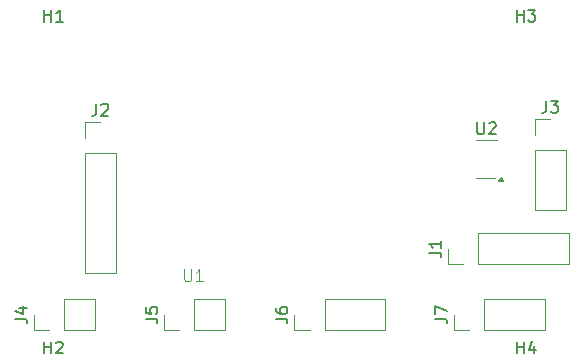
<source format=gbr>
%TF.GenerationSoftware,KiCad,Pcbnew,8.0.5*%
%TF.CreationDate,2024-09-18T02:34:05+09:00*%
%TF.ProjectId,MIDI_Pedal,4d494449-5f50-4656-9461-6c2e6b696361,rev?*%
%TF.SameCoordinates,Original*%
%TF.FileFunction,Legend,Top*%
%TF.FilePolarity,Positive*%
%FSLAX46Y46*%
G04 Gerber Fmt 4.6, Leading zero omitted, Abs format (unit mm)*
G04 Created by KiCad (PCBNEW 8.0.5) date 2024-09-18 02:34:05*
%MOMM*%
%LPD*%
G01*
G04 APERTURE LIST*
%ADD10C,0.150000*%
%ADD11C,0.100000*%
%ADD12C,0.120000*%
G04 APERTURE END LIST*
D10*
X144238095Y-81254819D02*
X144238095Y-80254819D01*
X144238095Y-80731009D02*
X144809523Y-80731009D01*
X144809523Y-81254819D02*
X144809523Y-80254819D01*
X145714285Y-80588152D02*
X145714285Y-81254819D01*
X145476190Y-80207200D02*
X145238095Y-80921485D01*
X145238095Y-80921485D02*
X145857142Y-80921485D01*
X144238095Y-53154819D02*
X144238095Y-52154819D01*
X144238095Y-52631009D02*
X144809523Y-52631009D01*
X144809523Y-53154819D02*
X144809523Y-52154819D01*
X145190476Y-52154819D02*
X145809523Y-52154819D01*
X145809523Y-52154819D02*
X145476190Y-52535771D01*
X145476190Y-52535771D02*
X145619047Y-52535771D01*
X145619047Y-52535771D02*
X145714285Y-52583390D01*
X145714285Y-52583390D02*
X145761904Y-52631009D01*
X145761904Y-52631009D02*
X145809523Y-52726247D01*
X145809523Y-52726247D02*
X145809523Y-52964342D01*
X145809523Y-52964342D02*
X145761904Y-53059580D01*
X145761904Y-53059580D02*
X145714285Y-53107200D01*
X145714285Y-53107200D02*
X145619047Y-53154819D01*
X145619047Y-53154819D02*
X145333333Y-53154819D01*
X145333333Y-53154819D02*
X145238095Y-53107200D01*
X145238095Y-53107200D02*
X145190476Y-53059580D01*
X104238095Y-81254819D02*
X104238095Y-80254819D01*
X104238095Y-80731009D02*
X104809523Y-80731009D01*
X104809523Y-81254819D02*
X104809523Y-80254819D01*
X105238095Y-80350057D02*
X105285714Y-80302438D01*
X105285714Y-80302438D02*
X105380952Y-80254819D01*
X105380952Y-80254819D02*
X105619047Y-80254819D01*
X105619047Y-80254819D02*
X105714285Y-80302438D01*
X105714285Y-80302438D02*
X105761904Y-80350057D01*
X105761904Y-80350057D02*
X105809523Y-80445295D01*
X105809523Y-80445295D02*
X105809523Y-80540533D01*
X105809523Y-80540533D02*
X105761904Y-80683390D01*
X105761904Y-80683390D02*
X105190476Y-81254819D01*
X105190476Y-81254819D02*
X105809523Y-81254819D01*
X104238095Y-53154819D02*
X104238095Y-52154819D01*
X104238095Y-52631009D02*
X104809523Y-52631009D01*
X104809523Y-53154819D02*
X104809523Y-52154819D01*
X105809523Y-53154819D02*
X105238095Y-53154819D01*
X105523809Y-53154819D02*
X105523809Y-52154819D01*
X105523809Y-52154819D02*
X105428571Y-52297676D01*
X105428571Y-52297676D02*
X105333333Y-52392914D01*
X105333333Y-52392914D02*
X105238095Y-52440533D01*
D11*
X116078095Y-74133419D02*
X116078095Y-74942942D01*
X116078095Y-74942942D02*
X116125714Y-75038180D01*
X116125714Y-75038180D02*
X116173333Y-75085800D01*
X116173333Y-75085800D02*
X116268571Y-75133419D01*
X116268571Y-75133419D02*
X116459047Y-75133419D01*
X116459047Y-75133419D02*
X116554285Y-75085800D01*
X116554285Y-75085800D02*
X116601904Y-75038180D01*
X116601904Y-75038180D02*
X116649523Y-74942942D01*
X116649523Y-74942942D02*
X116649523Y-74133419D01*
X117649523Y-75133419D02*
X117078095Y-75133419D01*
X117363809Y-75133419D02*
X117363809Y-74133419D01*
X117363809Y-74133419D02*
X117268571Y-74276276D01*
X117268571Y-74276276D02*
X117173333Y-74371514D01*
X117173333Y-74371514D02*
X117078095Y-74419133D01*
D10*
X112792819Y-78311333D02*
X113507104Y-78311333D01*
X113507104Y-78311333D02*
X113649961Y-78358952D01*
X113649961Y-78358952D02*
X113745200Y-78454190D01*
X113745200Y-78454190D02*
X113792819Y-78597047D01*
X113792819Y-78597047D02*
X113792819Y-78692285D01*
X112792819Y-77358952D02*
X112792819Y-77835142D01*
X112792819Y-77835142D02*
X113269009Y-77882761D01*
X113269009Y-77882761D02*
X113221390Y-77835142D01*
X113221390Y-77835142D02*
X113173771Y-77739904D01*
X113173771Y-77739904D02*
X113173771Y-77501809D01*
X113173771Y-77501809D02*
X113221390Y-77406571D01*
X113221390Y-77406571D02*
X113269009Y-77358952D01*
X113269009Y-77358952D02*
X113364247Y-77311333D01*
X113364247Y-77311333D02*
X113602342Y-77311333D01*
X113602342Y-77311333D02*
X113697580Y-77358952D01*
X113697580Y-77358952D02*
X113745200Y-77406571D01*
X113745200Y-77406571D02*
X113792819Y-77501809D01*
X113792819Y-77501809D02*
X113792819Y-77739904D01*
X113792819Y-77739904D02*
X113745200Y-77835142D01*
X113745200Y-77835142D02*
X113697580Y-77882761D01*
X137332819Y-78311333D02*
X138047104Y-78311333D01*
X138047104Y-78311333D02*
X138189961Y-78358952D01*
X138189961Y-78358952D02*
X138285200Y-78454190D01*
X138285200Y-78454190D02*
X138332819Y-78597047D01*
X138332819Y-78597047D02*
X138332819Y-78692285D01*
X137332819Y-77930380D02*
X137332819Y-77263714D01*
X137332819Y-77263714D02*
X138332819Y-77692285D01*
X136834819Y-72723333D02*
X137549104Y-72723333D01*
X137549104Y-72723333D02*
X137691961Y-72770952D01*
X137691961Y-72770952D02*
X137787200Y-72866190D01*
X137787200Y-72866190D02*
X137834819Y-73009047D01*
X137834819Y-73009047D02*
X137834819Y-73104285D01*
X137834819Y-71723333D02*
X137834819Y-72294761D01*
X137834819Y-72009047D02*
X136834819Y-72009047D01*
X136834819Y-72009047D02*
X136977676Y-72104285D01*
X136977676Y-72104285D02*
X137072914Y-72199523D01*
X137072914Y-72199523D02*
X137120533Y-72294761D01*
X123812819Y-78311333D02*
X124527104Y-78311333D01*
X124527104Y-78311333D02*
X124669961Y-78358952D01*
X124669961Y-78358952D02*
X124765200Y-78454190D01*
X124765200Y-78454190D02*
X124812819Y-78597047D01*
X124812819Y-78597047D02*
X124812819Y-78692285D01*
X123812819Y-77406571D02*
X123812819Y-77597047D01*
X123812819Y-77597047D02*
X123860438Y-77692285D01*
X123860438Y-77692285D02*
X123908057Y-77739904D01*
X123908057Y-77739904D02*
X124050914Y-77835142D01*
X124050914Y-77835142D02*
X124241390Y-77882761D01*
X124241390Y-77882761D02*
X124622342Y-77882761D01*
X124622342Y-77882761D02*
X124717580Y-77835142D01*
X124717580Y-77835142D02*
X124765200Y-77787523D01*
X124765200Y-77787523D02*
X124812819Y-77692285D01*
X124812819Y-77692285D02*
X124812819Y-77501809D01*
X124812819Y-77501809D02*
X124765200Y-77406571D01*
X124765200Y-77406571D02*
X124717580Y-77358952D01*
X124717580Y-77358952D02*
X124622342Y-77311333D01*
X124622342Y-77311333D02*
X124384247Y-77311333D01*
X124384247Y-77311333D02*
X124289009Y-77358952D01*
X124289009Y-77358952D02*
X124241390Y-77406571D01*
X124241390Y-77406571D02*
X124193771Y-77501809D01*
X124193771Y-77501809D02*
X124193771Y-77692285D01*
X124193771Y-77692285D02*
X124241390Y-77787523D01*
X124241390Y-77787523D02*
X124289009Y-77835142D01*
X124289009Y-77835142D02*
X124384247Y-77882761D01*
X108632666Y-60116819D02*
X108632666Y-60831104D01*
X108632666Y-60831104D02*
X108585047Y-60973961D01*
X108585047Y-60973961D02*
X108489809Y-61069200D01*
X108489809Y-61069200D02*
X108346952Y-61116819D01*
X108346952Y-61116819D02*
X108251714Y-61116819D01*
X109061238Y-60212057D02*
X109108857Y-60164438D01*
X109108857Y-60164438D02*
X109204095Y-60116819D01*
X109204095Y-60116819D02*
X109442190Y-60116819D01*
X109442190Y-60116819D02*
X109537428Y-60164438D01*
X109537428Y-60164438D02*
X109585047Y-60212057D01*
X109585047Y-60212057D02*
X109632666Y-60307295D01*
X109632666Y-60307295D02*
X109632666Y-60402533D01*
X109632666Y-60402533D02*
X109585047Y-60545390D01*
X109585047Y-60545390D02*
X109013619Y-61116819D01*
X109013619Y-61116819D02*
X109632666Y-61116819D01*
X101772819Y-78311333D02*
X102487104Y-78311333D01*
X102487104Y-78311333D02*
X102629961Y-78358952D01*
X102629961Y-78358952D02*
X102725200Y-78454190D01*
X102725200Y-78454190D02*
X102772819Y-78597047D01*
X102772819Y-78597047D02*
X102772819Y-78692285D01*
X102106152Y-77406571D02*
X102772819Y-77406571D01*
X101725200Y-77644666D02*
X102439485Y-77882761D01*
X102439485Y-77882761D02*
X102439485Y-77263714D01*
X146732666Y-59862819D02*
X146732666Y-60577104D01*
X146732666Y-60577104D02*
X146685047Y-60719961D01*
X146685047Y-60719961D02*
X146589809Y-60815200D01*
X146589809Y-60815200D02*
X146446952Y-60862819D01*
X146446952Y-60862819D02*
X146351714Y-60862819D01*
X147113619Y-59862819D02*
X147732666Y-59862819D01*
X147732666Y-59862819D02*
X147399333Y-60243771D01*
X147399333Y-60243771D02*
X147542190Y-60243771D01*
X147542190Y-60243771D02*
X147637428Y-60291390D01*
X147637428Y-60291390D02*
X147685047Y-60339009D01*
X147685047Y-60339009D02*
X147732666Y-60434247D01*
X147732666Y-60434247D02*
X147732666Y-60672342D01*
X147732666Y-60672342D02*
X147685047Y-60767580D01*
X147685047Y-60767580D02*
X147637428Y-60815200D01*
X147637428Y-60815200D02*
X147542190Y-60862819D01*
X147542190Y-60862819D02*
X147256476Y-60862819D01*
X147256476Y-60862819D02*
X147161238Y-60815200D01*
X147161238Y-60815200D02*
X147113619Y-60767580D01*
X140890095Y-61684819D02*
X140890095Y-62494342D01*
X140890095Y-62494342D02*
X140937714Y-62589580D01*
X140937714Y-62589580D02*
X140985333Y-62637200D01*
X140985333Y-62637200D02*
X141080571Y-62684819D01*
X141080571Y-62684819D02*
X141271047Y-62684819D01*
X141271047Y-62684819D02*
X141366285Y-62637200D01*
X141366285Y-62637200D02*
X141413904Y-62589580D01*
X141413904Y-62589580D02*
X141461523Y-62494342D01*
X141461523Y-62494342D02*
X141461523Y-61684819D01*
X141890095Y-61780057D02*
X141937714Y-61732438D01*
X141937714Y-61732438D02*
X142032952Y-61684819D01*
X142032952Y-61684819D02*
X142271047Y-61684819D01*
X142271047Y-61684819D02*
X142366285Y-61732438D01*
X142366285Y-61732438D02*
X142413904Y-61780057D01*
X142413904Y-61780057D02*
X142461523Y-61875295D01*
X142461523Y-61875295D02*
X142461523Y-61970533D01*
X142461523Y-61970533D02*
X142413904Y-62113390D01*
X142413904Y-62113390D02*
X141842476Y-62684819D01*
X141842476Y-62684819D02*
X142461523Y-62684819D01*
D12*
%TO.C,J5*%
X114338000Y-79308000D02*
X114338000Y-77978000D01*
X115668000Y-79308000D02*
X114338000Y-79308000D01*
X116938000Y-76648000D02*
X119538000Y-76648000D01*
X116938000Y-79308000D02*
X116938000Y-76648000D01*
X116938000Y-79308000D02*
X119538000Y-79308000D01*
X119538000Y-79308000D02*
X119538000Y-76648000D01*
%TO.C,J7*%
X138878000Y-79308000D02*
X138878000Y-77978000D01*
X140208000Y-79308000D02*
X138878000Y-79308000D01*
X141478000Y-76648000D02*
X146618000Y-76648000D01*
X141478000Y-79308000D02*
X141478000Y-76648000D01*
X141478000Y-79308000D02*
X146618000Y-79308000D01*
X146618000Y-79308000D02*
X146618000Y-76648000D01*
%TO.C,J1*%
X138380000Y-73720000D02*
X138380000Y-72390000D01*
X139710000Y-73720000D02*
X138380000Y-73720000D01*
X140980000Y-71060000D02*
X148660000Y-71060000D01*
X140980000Y-73720000D02*
X140980000Y-71060000D01*
X140980000Y-73720000D02*
X148660000Y-73720000D01*
X148660000Y-73720000D02*
X148660000Y-71060000D01*
%TO.C,J6*%
X125358000Y-79308000D02*
X125358000Y-77978000D01*
X126688000Y-79308000D02*
X125358000Y-79308000D01*
X127958000Y-76648000D02*
X133098000Y-76648000D01*
X127958000Y-79308000D02*
X127958000Y-76648000D01*
X127958000Y-79308000D02*
X133098000Y-79308000D01*
X133098000Y-79308000D02*
X133098000Y-76648000D01*
%TO.C,J2*%
X107636000Y-61662000D02*
X108966000Y-61662000D01*
X107636000Y-62992000D02*
X107636000Y-61662000D01*
X107636000Y-64262000D02*
X107636000Y-74482000D01*
X107636000Y-64262000D02*
X110296000Y-64262000D01*
X107636000Y-74482000D02*
X110296000Y-74482000D01*
X110296000Y-64262000D02*
X110296000Y-74482000D01*
%TO.C,J4*%
X103318000Y-79308000D02*
X103318000Y-77978000D01*
X104648000Y-79308000D02*
X103318000Y-79308000D01*
X105918000Y-76648000D02*
X108518000Y-76648000D01*
X105918000Y-79308000D02*
X105918000Y-76648000D01*
X105918000Y-79308000D02*
X108518000Y-79308000D01*
X108518000Y-79308000D02*
X108518000Y-76648000D01*
%TO.C,J3*%
X145736000Y-61408000D02*
X147066000Y-61408000D01*
X145736000Y-62738000D02*
X145736000Y-61408000D01*
X145736000Y-64008000D02*
X145736000Y-69148000D01*
X145736000Y-64008000D02*
X148396000Y-64008000D01*
X145736000Y-69148000D02*
X148396000Y-69148000D01*
X148396000Y-64008000D02*
X148396000Y-69148000D01*
%TO.C,U2*%
X143092000Y-66660000D02*
X142612000Y-66660000D01*
X142852000Y-66330000D01*
X143092000Y-66660000D01*
G36*
X143092000Y-66660000D02*
G01*
X142612000Y-66660000D01*
X142852000Y-66330000D01*
X143092000Y-66660000D01*
G37*
X142552000Y-63160000D02*
X140752000Y-63160000D01*
X141552000Y-66380000D02*
X142352000Y-66380000D01*
X141552000Y-66380000D02*
X140752000Y-66380000D01*
%TD*%
M02*

</source>
